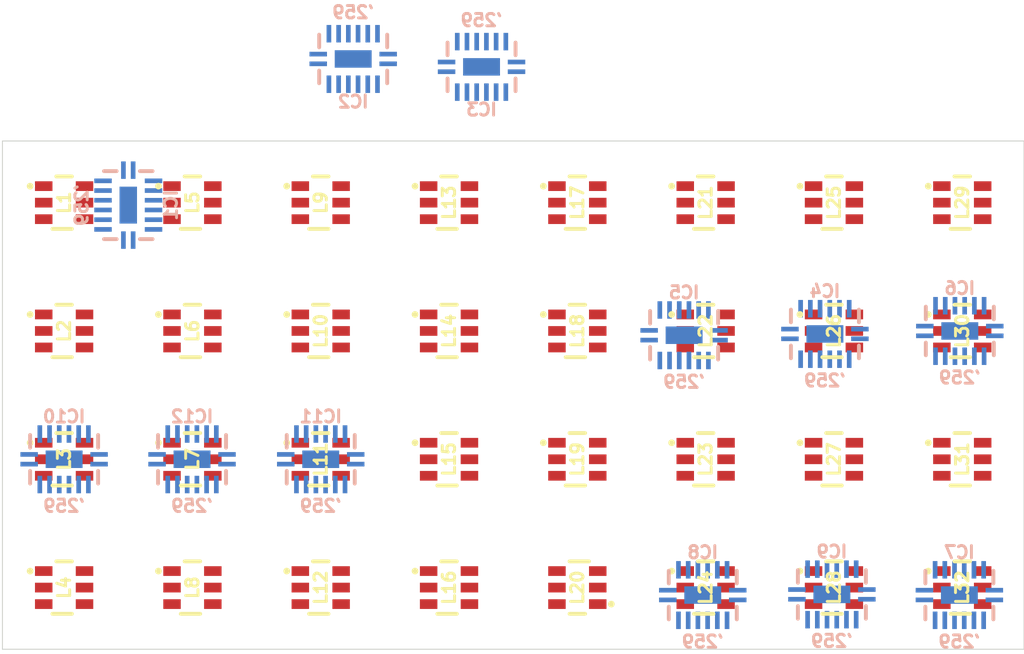
<source format=kicad_pcb>
(kicad_pcb (version 20240108) (generator "pcbnew") (generator_version "8.0")
  (layers (0 "F.Cu" signal) (31 "B.Cu" signal) (34 "B.Paste" user) (35 "F.Paste" user) (36 "B.SilkS" user "B.Silkscreen") (37 "F.SilkS" user "F.Silkscreen") (38 "B.Mask" user) (39 "F.Mask" user) (44 "Edge.Cuts" user))
  (net 0 "")
  (net 1 "/GND")
  (net 2 "/5V")
  (net 3 "/R1")
  (net 4 "/R5")
  (net 5 "/R4")
  (net 6 "/R3")
  (net 7 "/A2")
  (net 8 "/R7")
  (net 9 "/A0")
  (net 10 "/R")
  (net 11 "/R6")
  (net 12 "/~{Reset}")
  (net 13 "/A1")
  (net 14 "/R2")
  (net 15 "/R0")
  (net 16 "/G3")
  (net 17 "/G5")
  (net 18 "/G2")
  (net 19 "/G7")
  (net 20 "/G4")
  (net 21 "/G1")
  (net 22 "/G")
  (net 23 "/G6")
  (net 24 "/G0")
  (net 25 "/B6")
  (net 26 "/B4")
  (net 27 "/B0")
  (net 28 "/B3")
  (net 29 "/B")
  (net 30 "/B1")
  (net 31 "/B5")
  (net 32 "/B7")
  (net 33 "/B2")
  (net 34 "/~{Load}0")
  (net 35 "/R9")
  (net 36 "/R13")
  (net 37 "/R15")
  (net 38 "/R14")
  (net 39 "/~{Load}1")
  (net 40 "/R11")
  (net 41 "/R12")
  (net 42 "/R8")
  (net 43 "/R10")
  (net 44 "/G10")
  (net 45 "/G15")
  (net 46 "/G12")
  (net 47 "/G11")
  (net 48 "/G14")
  (net 49 "/G8")
  (net 50 "/G13")
  (net 51 "/G9")
  (net 52 "/B9")
  (net 53 "/B11")
  (net 54 "/B14")
  (net 55 "/B12")
  (net 56 "/B10")
  (net 57 "/B8")
  (net 58 "/B13")
  (net 59 "/B15")
  (net 60 "/R23")
  (net 61 "/R20")
  (net 62 "/R18")
  (net 63 "/R21")
  (net 64 "/R16")
  (net 65 "/R22")
  (net 66 "/~{Load}2")
  (net 67 "/R19")
  (net 68 "/R17")
  (net 69 "/G17")
  (net 70 "/G18")
  (net 71 "/G16")
  (net 72 "/G21")
  (net 73 "/G19")
  (net 74 "/G23")
  (net 75 "/G20")
  (net 76 "/G22")
  (net 77 "/B23")
  (net 78 "/B16")
  (net 79 "/B18")
  (net 80 "/B22")
  (net 81 "/B21")
  (net 82 "/B19")
  (net 83 "/B17")
  (net 84 "/B20")
  (net 85 "/R26")
  (net 86 "/R25")
  (net 87 "/R30")
  (net 88 "/R29")
  (net 89 "/R28")
  (net 90 "/R27")
  (net 91 "/R24")
  (net 92 "/R31")
  (net 93 "/~{Load}3")
  (net 94 "/G30")
  (net 95 "/G24")
  (net 96 "/G25")
  (net 97 "/G29")
  (net 98 "/G31")
  (net 99 "/G28")
  (net 100 "/G27")
  (net 101 "/G26")
  (net 102 "/B31")
  (net 103 "/B28")
  (net 104 "/B29")
  (net 105 "/B27")
  (net 106 "/B26")
  (net 107 "/B24")
  (net 108 "/B30")
  (net 109 "/B25")
  (footprint "SamacSys_Parts:KRTBLFLM7132TXUYEVVTAUDPRXTUKY" (layer "F.Cu") (at 117.6476 68.515 -90)
    (property "Reference" "L1" (at 0 0 90) (layer "F.SilkS") (effects (font (size 0.635 0.635))))
    (property "Value" "KRTBLFLM71.32" (hide yes))
    (pad "A1" smd rect (at -0.85 -1.05 270) (size 0.5 0.9) (layers "F.Cu" "F.Paste" "F.Mask") (net 27 "/B0"))
    (pad "A2" smd rect (at 0 -1.05 270) (size 0.5 0.9) (layers "F.Cu" "F.Paste" "F.Mask") (net 24 "/G0"))
    (pad "A3" smd rect (at 0.85 -1.05 270) (size 0.5 0.9) (layers "F.Cu" "F.Paste" "F.Mask") (net 15 "/R0"))
    (pad "C1" smd rect (at -0.85 1.05 270) (size 0.5 0.9) (layers "F.Cu" "F.Paste" "F.Mask") (net 1 "/GND"))
    (pad "C2" smd rect (at 0 1.05 270) (size 0.5 0.9) (layers "F.Cu" "F.Paste" "F.Mask") (net 1 "/GND"))
    (pad "C3" smd rect (at 0.85 1.05 270) (size 0.5 0.9) (layers "F.Cu" "F.Paste" "F.Mask") (net 1 "/GND"))
  )
  (footprint "SamacSys_Parts:KRTBLFLM7132TXUYEVVTAUDPRXTUKY" (layer "F.Cu") (at 130.8556 81.723 -90)
    (property "Reference" "L11" (at 0 0 90) (layer "F.SilkS") (effects (font (size 0.635 0.635))))
    (property "Value" "KRTBLFLM71.32" (hide yes))
    (pad "A1" smd rect (at -0.85 -1.05 270) (size 0.5 0.9) (layers "F.Cu" "F.Paste" "F.Mask") (net 79 "/B18"))
    (pad "A2" smd rect (at 0 -1.05 270) (size 0.5 0.9) (layers "F.Cu" "F.Paste" "F.Mask") (net 70 "/G18"))
    (pad "A3" smd rect (at 0.85 -1.05 270) (size 0.5 0.9) (layers "F.Cu" "F.Paste" "F.Mask") (net 62 "/R18"))
    (pad "C1" smd rect (at -0.85 1.05 270) (size 0.5 0.9) (layers "F.Cu" "F.Paste" "F.Mask") (net 1 "/GND"))
    (pad "C2" smd rect (at 0 1.05 270) (size 0.5 0.9) (layers "F.Cu" "F.Paste" "F.Mask") (net 1 "/GND"))
    (pad "C3" smd rect (at 0.85 1.05 270) (size 0.5 0.9) (layers "F.Cu" "F.Paste" "F.Mask") (net 1 "/GND"))
  )
  (footprint "SamacSys_Parts:KRTBLFLM7132TXUYEVVTAUDPRXTUKY" (layer "F.Cu") (at 157.2716 81.723 -90)
    (property "Reference" "L27" (at 0 0 90) (layer "F.SilkS") (effects (font (size 0.635 0.635))))
    (property "Value" "KRTBLFLM71.32" (hide yes))
    (pad "A1" smd rect (at -0.85 -1.05 270) (size 0.5 0.9) (layers "F.Cu" "F.Paste" "F.Mask") (net 80 "/B22"))
    (pad "A2" smd rect (at 0 -1.05 270) (size 0.5 0.9) (layers "F.Cu" "F.Paste" "F.Mask") (net 76 "/G22"))
    (pad "A3" smd rect (at 0.85 -1.05 270) (size 0.5 0.9) (layers "F.Cu" "F.Paste" "F.Mask") (net 65 "/R22"))
    (pad "C1" smd rect (at -0.85 1.05 270) (size 0.5 0.9) (layers "F.Cu" "F.Paste" "F.Mask") (net 1 "/GND"))
    (pad "C2" smd rect (at 0 1.05 270) (size 0.5 0.9) (layers "F.Cu" "F.Paste" "F.Mask") (net 1 "/GND"))
    (pad "C3" smd rect (at 0.85 1.05 270) (size 0.5 0.9) (layers "F.Cu" "F.Paste" "F.Mask") (net 1 "/GND"))
  )
  (footprint "SamacSys_Parts:KRTBLFLM7132TXUYEVVTAUDPRXTUKY" (layer "F.Cu") (at 157.2716 68.515 -90)
    (property "Reference" "L25" (at 0 0 90) (layer "F.SilkS") (effects (font (size 0.635 0.635))))
    (property "Value" "KRTBLFLM71.32" (hide yes))
    (pad "A1" smd rect (at -0.85 -1.05 270) (size 0.5 0.9) (layers "F.Cu" "F.Paste" "F.Mask") (net 25 "/B6"))
    (pad "A2" smd rect (at 0 -1.05 270) (size 0.5 0.9) (layers "F.Cu" "F.Paste" "F.Mask") (net 23 "/G6"))
    (pad "A3" smd rect (at 0.85 -1.05 270) (size 0.5 0.9) (layers "F.Cu" "F.Paste" "F.Mask") (net 11 "/R6"))
    (pad "C1" smd rect (at -0.85 1.05 270) (size 0.5 0.9) (layers "F.Cu" "F.Paste" "F.Mask") (net 1 "/GND"))
    (pad "C2" smd rect (at 0 1.05 270) (size 0.5 0.9) (layers "F.Cu" "F.Paste" "F.Mask") (net 1 "/GND"))
    (pad "C3" smd rect (at 0.85 1.05 270) (size 0.5 0.9) (layers "F.Cu" "F.Paste" "F.Mask") (net 1 "/GND"))
  )
  (footprint "SamacSys_Parts:KRTBLFLM7132TXUYEVVTAUDPRXTUKY" (layer "F.Cu") (at 163.8756 88.327 -90)
    (property "Reference" "L32" (at 0 0 90) (layer "F.SilkS") (effects (font (size 0.635 0.635))))
    (property "Value" "KRTBLFLM71.32" (hide yes))
    (pad "A1" smd rect (at -0.85 -1.05 270) (size 0.5 0.9) (layers "F.Cu" "F.Paste" "F.Mask") (net 102 "/B31"))
    (pad "A2" smd rect (at 0 -1.05 270) (size 0.5 0.9) (layers "F.Cu" "F.Paste" "F.Mask") (net 98 "/G31"))
    (pad "A3" smd rect (at 0.85 -1.05 270) (size 0.5 0.9) (layers "F.Cu" "F.Paste" "F.Mask") (net 92 "/R31"))
    (pad "C1" smd rect (at -0.85 1.05 270) (size 0.5 0.9) (layers "F.Cu" "F.Paste" "F.Mask") (net 1 "/GND"))
    (pad "C2" smd rect (at 0 1.05 270) (size 0.5 0.9) (layers "F.Cu" "F.Paste" "F.Mask") (net 1 "/GND"))
    (pad "C3" smd rect (at 0.85 1.05 270) (size 0.5 0.9) (layers "F.Cu" "F.Paste" "F.Mask") (net 1 "/GND"))
  )
  (footprint "SamacSys_Parts:KRTBLFLM7132TXUYEVVTAUDPRXTUKY" (layer "F.Cu") (at 150.6676 68.515 -90)
    (property "Reference" "L21" (at 0 0 90) (layer "F.SilkS") (effects (font (size 0.635 0.635))))
    (property "Value" "KRTBLFLM71.32" (hide yes))
    (pad "A1" smd rect (at -0.85 -1.05 270) (size 0.5 0.9) (layers "F.Cu" "F.Paste" "F.Mask") (net 31 "/B5"))
    (pad "A2" smd rect (at 0 -1.05 270) (size 0.5 0.9) (layers "F.Cu" "F.Paste" "F.Mask") (net 17 "/G5"))
    (pad "A3" smd rect (at 0.85 -1.05 270) (size 0.5 0.9) (layers "F.Cu" "F.Paste" "F.Mask") (net 4 "/R5"))
    (pad "C1" smd rect (at -0.85 1.05 270) (size 0.5 0.9) (layers "F.Cu" "F.Paste" "F.Mask") (net 1 "/GND"))
    (pad "C2" smd rect (at 0 1.05 270) (size 0.5 0.9) (layers "F.Cu" "F.Paste" "F.Mask") (net 1 "/GND"))
    (pad "C3" smd rect (at 0.85 1.05 270) (size 0.5 0.9) (layers "F.Cu" "F.Paste" "F.Mask") (net 1 "/GND"))
  )
  (footprint "SamacSys_Parts:KRTBLFLM7132TXUYEVVTAUDPRXTUKY" (layer "F.Cu") (at 124.2516 68.515 -90)
    (property "Reference" "L5" (at 0 0 90) (layer "F.SilkS") (effects (font (size 0.635 0.635))))
    (property "Value" "KRTBLFLM71.32" (hide yes))
    (pad "A1" smd rect (at -0.85 -1.05 270) (size 0.5 0.9) (layers "F.Cu" "F.Paste" "F.Mask") (net 30 "/B1"))
    (pad "A2" smd rect (at 0 -1.05 270) (size 0.5 0.9) (layers "F.Cu" "F.Paste" "F.Mask") (net 21 "/G1"))
    (pad "A3" smd rect (at 0.85 -1.05 270) (size 0.5 0.9) (layers "F.Cu" "F.Paste" "F.Mask") (net 3 "/R1"))
    (pad "C1" smd rect (at -0.85 1.05 270) (size 0.5 0.9) (layers "F.Cu" "F.Paste" "F.Mask") (net 1 "/GND"))
    (pad "C2" smd rect (at 0 1.05 270) (size 0.5 0.9) (layers "F.Cu" "F.Paste" "F.Mask") (net 1 "/GND"))
    (pad "C3" smd rect (at 0.85 1.05 270) (size 0.5 0.9) (layers "F.Cu" "F.Paste" "F.Mask") (net 1 "/GND"))
  )
  (footprint "SamacSys_Parts:KRTBLFLM7132TXUYEVVTAUDPRXTUKY" (layer "F.Cu") (at 130.8556 88.327 -90)
    (property "Reference" "L12" (at 0 0 90) (layer "F.SilkS") (effects (font (size 0.635 0.635))))
    (property "Value" "KRTBLFLM71.32" (hide yes))
    (pad "A1" smd rect (at -0.85 -1.05 270) (size 0.5 0.9) (layers "F.Cu" "F.Paste" "F.Mask") (net 106 "/B26"))
    (pad "A2" smd rect (at 0 -1.05 270) (size 0.5 0.9) (layers "F.Cu" "F.Paste" "F.Mask") (net 101 "/G26"))
    (pad "A3" smd rect (at 0.85 -1.05 270) (size 0.5 0.9) (layers "F.Cu" "F.Paste" "F.Mask") (net 85 "/R26"))
    (pad "C1" smd rect (at -0.85 1.05 270) (size 0.5 0.9) (layers "F.Cu" "F.Paste" "F.Mask") (net 1 "/GND"))
    (pad "C2" smd rect (at 0 1.05 270) (size 0.5 0.9) (layers "F.Cu" "F.Paste" "F.Mask") (net 1 "/GND"))
    (pad "C3" smd rect (at 0.85 1.05 270) (size 0.5 0.9) (layers "F.Cu" "F.Paste" "F.Mask") (net 1 "/GND"))
  )
  (footprint "SamacSys_Parts:KRTBLFLM7132TXUYEVVTAUDPRXTUKY" (layer "F.Cu") (at 137.4596 68.515 -90)
    (property "Reference" "L13" (at 0 0 90) (layer "F.SilkS") (effects (font (size 0.635 0.635))))
    (property "Value" "KRTBLFLM71.32" (hide yes))
    (pad "A1" smd rect (at -0.85 -1.05 270) (size 0.5 0.9) (layers "F.Cu" "F.Paste" "F.Mask") (net 28 "/B3"))
    (pad "A2" smd rect (at 0 -1.05 270) (size 0.5 0.9) (layers "F.Cu" "F.Paste" "F.Mask") (net 16 "/G3"))
    (pad "A3" smd rect (at 0.85 -1.05 270) (size 0.5 0.9) (layers "F.Cu" "F.Paste" "F.Mask") (net 6 "/R3"))
    (pad "C1" smd rect (at -0.85 1.05 270) (size 0.5 0.9) (layers "F.Cu" "F.Paste" "F.Mask") (net 1 "/GND"))
    (pad "C2" smd rect (at 0 1.05 270) (size 0.5 0.9) (layers "F.Cu" "F.Paste" "F.Mask") (net 1 "/GND"))
    (pad "C3" smd rect (at 0.85 1.05 270) (size 0.5 0.9) (layers "F.Cu" "F.Paste" "F.Mask") (net 1 "/GND"))
  )
  (footprint "SamacSys_Parts:KRTBLFLM7132TXUYEVVTAUDPRXTUKY" (layer "F.Cu") (at 137.4596 88.327 -90)
    (property "Reference" "L16" (at 0 0 90) (layer "F.SilkS") (effects (font (size 0.635 0.635))))
    (property "Value" "KRTBLFLM71.32" (hide yes))
    (pad "A1" smd rect (at -0.85 -1.05 270) (size 0.5 0.9) (layers "F.Cu" "F.Paste" "F.Mask") (net 105 "/B27"))
    (pad "A2" smd rect (at 0 -1.05 270) (size 0.5 0.9) (layers "F.Cu" "F.Paste" "F.Mask") (net 100 "/G27"))
    (pad "A3" smd rect (at 0.85 -1.05 270) (size 0.5 0.9) (layers "F.Cu" "F.Paste" "F.Mask") (net 90 "/R27"))
    (pad "C1" smd rect (at -0.85 1.05 270) (size 0.5 0.9) (layers "F.Cu" "F.Paste" "F.Mask") (net 1 "/GND"))
    (pad "C2" smd rect (at 0 1.05 270) (size 0.5 0.9) (layers "F.Cu" "F.Paste" "F.Mask") (net 1 "/GND"))
    (pad "C3" smd rect (at 0.85 1.05 270) (size 0.5 0.9) (layers "F.Cu" "F.Paste" "F.Mask") (net 1 "/GND"))
  )
  (footprint "SamacSys_Parts:KRTBLFLM7132TXUYEVVTAUDPRXTUKY" (layer "F.Cu") (at 150.6676 75.119 -90)
    (property "Reference" "L22" (at 0 0 90) (layer "F.SilkS") (effects (font (size 0.635 0.635))))
    (property "Value" "KRTBLFLM71.32" (hide yes))
    (pad "A1" smd rect (at -0.85 -1.05 270) (size 0.5 0.9) (layers "F.Cu" "F.Paste" "F.Mask") (net 58 "/B13"))
    (pad "A2" smd rect (at 0 -1.05 270) (size 0.5 0.9) (layers "F.Cu" "F.Paste" "F.Mask") (net 50 "/G13"))
    (pad "A3" smd rect (at 0.85 -1.05 270) (size 0.5 0.9) (layers "F.Cu" "F.Paste" "F.Mask") (net 36 "/R13"))
    (pad "C1" smd rect (at -0.85 1.05 270) (size 0.5 0.9) (layers "F.Cu" "F.Paste" "F.Mask") (net 1 "/GND"))
    (pad "C2" smd rect (at 0 1.05 270) (size 0.5 0.9) (layers "F.Cu" "F.Paste" "F.Mask") (net 1 "/GND"))
    (pad "C3" smd rect (at 0.85 1.05 270) (size 0.5 0.9) (layers "F.Cu" "F.Paste" "F.Mask") (net 1 "/GND"))
  )
  (footprint "SamacSys_Parts:KRTBLFLM7132TXUYEVVTAUDPRXTUKY" (layer "F.Cu") (at 117.6476 88.327 -90)
    (property "Reference" "L4" (at 0 0 90) (layer "F.SilkS") (effects (font (size 0.635 0.635))))
    (property "Value" "KRTBLFLM71.32" (hide yes))
    (pad "A1" smd rect (at -0.85 -1.05 270) (size 0.5 0.9) (layers "F.Cu" "F.Paste" "F.Mask") (net 107 "/B24"))
    (pad "A2" smd rect (at 0 -1.05 270) (size 0.5 0.9) (layers "F.Cu" "F.Paste" "F.Mask") (net 95 "/G24"))
    (pad "A3" smd rect (at 0.85 -1.05 270) (size 0.5 0.9) (layers "F.Cu" "F.Paste" "F.Mask") (net 91 "/R24"))
    (pad "C1" smd rect (at -0.85 1.05 270) (size 0.5 0.9) (layers "F.Cu" "F.Paste" "F.Mask") (net 1 "/GND"))
    (pad "C2" smd rect (at 0 1.05 270) (size 0.5 0.9) (layers "F.Cu" "F.Paste" "F.Mask") (net 1 "/GND"))
    (pad "C3" smd rect (at 0.85 1.05 270) (size 0.5 0.9) (layers "F.Cu" "F.Paste" "F.Mask") (net 1 "/GND"))
  )
  (footprint "SamacSys_Parts:KRTBLFLM7132TXUYEVVTAUDPRXTUKY" (layer "F.Cu") (at 163.8756 75.119 -90)
    (property "Reference" "L30" (at 0 0 90) (layer "F.SilkS") (effects (font (size 0.635 0.635))))
    (property "Value" "KRTBLFLM71.32" (hide yes))
    (pad "A1" smd rect (at -0.85 -1.05 270) (size 0.5 0.9) (layers "F.Cu" "F.Paste" "F.Mask") (net 59 "/B15"))
    (pad "A2" smd rect (at 0 -1.05 270) (size 0.5 0.9) (layers "F.Cu" "F.Paste" "F.Mask") (net 45 "/G15"))
    (pad "A3" smd rect (at 0.85 -1.05 270) (size 0.5 0.9) (layers "F.Cu" "F.Paste" "F.Mask") (net 37 "/R15"))
    (pad "C1" smd rect (at -0.85 1.05 270) (size 0.5 0.9) (layers "F.Cu" "F.Paste" "F.Mask") (net 1 "/GND"))
    (pad "C2" smd rect (at 0 1.05 270) (size 0.5 0.9) (layers "F.Cu" "F.Paste" "F.Mask") (net 1 "/GND"))
    (pad "C3" smd rect (at 0.85 1.05 270) (size 0.5 0.9) (layers "F.Cu" "F.Paste" "F.Mask") (net 1 "/GND"))
  )
  (footprint "SamacSys_Parts:KRTBLFLM7132TXUYEVVTAUDPRXTUKY" (layer "F.Cu") (at 144.0636 88.327 90)
    (property "Reference" "L20" (at 0 0 90) (layer "F.SilkS") (effects (font (size 0.635 0.635))))
    (property "Value" "KRTBLFLM71.32" (hide yes))
    (pad "A1" smd rect (at -0.85 -1.05 90) (size 0.5 0.9) (layers "F.Cu" "F.Paste" "F.Mask") (net 103 "/B28"))
    (pad "A2" smd rect (at 0 -1.05 90) (size 0.5 0.9) (layers "F.Cu" "F.Paste" "F.Mask") (net 99 "/G28"))
    (pad "A3" smd rect (at 0.85 -1.05 90) (size 0.5 0.9) (layers "F.Cu" "F.Paste" "F.Mask") (net 89 "/R28"))
    (pad "C1" smd rect (at -0.85 1.05 90) (size 0.5 0.9) (layers "F.Cu" "F.Paste" "F.Mask") (net 1 "/GND"))
    (pad "C2" smd rect (at 0 1.05 90) (size 0.5 0.9) (layers "F.Cu" "F.Paste" "F.Mask") (net 1 "/GND"))
    (pad "C3" smd rect (at 0.85 1.05 90) (size 0.5 0.9) (layers "F.Cu" "F.Paste" "F.Mask") (net 1 "/GND"))
  )
  (footprint "SamacSys_Parts:KRTBLFLM7132TXUYEVVTAUDPRXTUKY" (layer "F.Cu") (at 137.4596 81.723 -90)
    (property "Reference" "L15" (at 0 0 90) (layer "F.SilkS") (effects (font (size 0.635 0.635))))
    (property "Value" "KRTBLFLM71.32" (hide yes))
    (pad "A1" smd rect (at -0.85 -1.05 270) (size 0.5 0.9) (layers "F.Cu" "F.Paste" "F.Mask") (net 82 "/B19"))
    (pad "A2" smd rect (at 0 -1.05 270) (size 0.5 0.9) (layers "F.Cu" "F.Paste" "F.Mask") (net 73 "/G19"))
    (pad "A3" smd rect (at 0.85 -1.05 270) (size 0.5 0.9) (layers "F.Cu" "F.Paste" "F.Mask") (net 67 "/R19"))
    (pad "C1" smd rect (at -0.85 1.05 270) (size 0.5 0.9) (layers "F.Cu" "F.Paste" "F.Mask") (net 1 "/GND"))
    (pad "C2" smd rect (at 0 1.05 270) (size 0.5 0.9) (layers "F.Cu" "F.Paste" "F.Mask") (net 1 "/GND"))
    (pad "C3" smd rect (at 0.85 1.05 270) (size 0.5 0.9) (layers "F.Cu" "F.Paste" "F.Mask") (net 1 "/GND"))
  )
  (footprint "SamacSys_Parts:KRTBLFLM7132TXUYEVVTAUDPRXTUKY" (layer "F.Cu") (at 137.4596 75.119 -90)
    (property "Reference" "L14" (at 0 0 90) (layer "F.SilkS") (effects (font (size 0.635 0.635))))
    (property "Value" "KRTBLFLM71.32" (hide yes))
    (pad "A1" smd rect (at -0.85 -1.05 270) (size 0.5 0.9) (layers "F.Cu" "F.Paste" "F.Mask") (net 53 "/B11"))
    (pad "A2" smd rect (at 0 -1.05 270) (size 0.5 0.9) (layers "F.Cu" "F.Paste" "F.Mask") (net 47 "/G11"))
    (pad "A3" smd rect (at 0.85 -1.05 270) (size 0.5 0.9) (layers "F.Cu" "F.Paste" "F.Mask") (net 40 "/R11"))
    (pad "C1" smd rect (at -0.85 1.05 270) (size 0.5 0.9) (layers "F.Cu" "F.Paste" "F.Mask") (net 1 "/GND"))
    (pad "C2" smd rect (at 0 1.05 270) (size 0.5 0.9) (layers "F.Cu" "F.Paste" "F.Mask") (net 1 "/GND"))
    (pad "C3" smd rect (at 0.85 1.05 270) (size 0.5 0.9) (layers "F.Cu" "F.Paste" "F.Mask") (net 1 "/GND"))
  )
  (footprint "SamacSys_Parts:KRTBLFLM7132TXUYEVVTAUDPRXTUKY" (layer "F.Cu") (at 124.2516 88.327 -90)
    (property "Reference" "L8" (at 0 0 90) (layer "F.SilkS") (effects (font (size 0.635 0.635))))
    (property "Value" "KRTBLFLM71.32" (hide yes))
    (pad "A1" smd rect (at -0.85 -1.05 270) (size 0.5 0.9) (layers "F.Cu" "F.Paste" "F.Mask") (net 109 "/B25"))
    (pad "A2" smd rect (at 0 -1.05 270) (size 0.5 0.9) (layers "F.Cu" "F.Paste" "F.Mask") (net 96 "/G25"))
    (pad "A3" smd rect (at 0.85 -1.05 270) (size 0.5 0.9) (layers "F.Cu" "F.Paste" "F.Mask") (net 86 "/R25"))
    (pad "C1" smd rect (at -0.85 1.05 270) (size 0.5 0.9) (layers "F.Cu" "F.Paste" "F.Mask") (net 1 "/GND"))
    (pad "C2" smd rect (at 0 1.05 270) (size 0.5 0.9) (layers "F.Cu" "F.Paste" "F.Mask") (net 1 "/GND"))
    (pad "C3" smd rect (at 0.85 1.05 270) (size 0.5 0.9) (layers "F.Cu" "F.Paste" "F.Mask") (net 1 "/GND"))
  )
  (footprint "SamacSys_Parts:KRTBLFLM7132TXUYEVVTAUDPRXTUKY" (layer "F.Cu") (at 157.2716 88.327 -90)
    (property "Reference" "L28" (at 0 0 90) (layer "F.SilkS") (effects (font (size 0.635 0.635))))
    (property "Value" "KRTBLFLM71.32" (hide yes))
    (pad "A1" smd rect (at -0.85 -1.05 270) (size 0.5 0.9) (layers "F.Cu" "F.Paste" "F.Mask") (net 108 "/B30"))
    (pad "A2" smd rect (at 0 -1.05 270) (size 0.5 0.9) (layers "F.Cu" "F.Paste" "F.Mask") (net 94 "/G30"))
    (pad "A3" smd rect (at 0.85 -1.05 270) (size 0.5 0.9) (layers "F.Cu" "F.Paste" "F.Mask") (net 87 "/R30"))
    (pad "C1" smd rect (at -0.85 1.05 270) (size 0.5 0.9) (layers "F.Cu" "F.Paste" "F.Mask") (net 1 "/GND"))
    (pad "C2" smd rect (at 0 1.05 270) (size 0.5 0.9) (layers "F.Cu" "F.Paste" "F.Mask") (net 1 "/GND"))
    (pad "C3" smd rect (at 0.85 1.05 270) (size 0.5 0.9) (layers "F.Cu" "F.Paste" "F.Mask") (net 1 "/GND"))
  )
  (footprint "SamacSys_Parts:KRTBLFLM7132TXUYEVVTAUDPRXTUKY" (layer "F.Cu") (at 163.8756 68.515 -90)
    (property "Reference" "L29" (at 0 0 90) (layer "F.SilkS") (effects (font (size 0.635 0.635))))
    (property "Value" "KRTBLFLM71.32" (hide yes))
    (pad "A1" smd rect (at -0.85 -1.05 270) (size 0.5 0.9) (layers "F.Cu" "F.Paste" "F.Mask") (net 32 "/B7"))
    (pad "A2" smd rect (at 0 -1.05 270) (size 0.5 0.9) (layers "F.Cu" "F.Paste" "F.Mask") (net 19 "/G7"))
    (pad "A3" smd rect (at 0.85 -1.05 270) (size 0.5 0.9) (layers "F.Cu" "F.Paste" "F.Mask") (net 8 "/R7"))
    (pad "C1" smd rect (at -0.85 1.05 270) (size 0.5 0.9) (layers "F.Cu" "F.Paste" "F.Mask") (net 1 "/GND"))
    (pad "C2" smd rect (at 0 1.05 270) (size 0.5 0.9) (layers "F.Cu" "F.Paste" "F.Mask") (net 1 "/GND"))
    (pad "C3" smd rect (at 0.85 1.05 270) (size 0.5 0.9) (layers "F.Cu" "F.Paste" "F.Mask") (net 1 "/GND"))
  )
  (footprint "SamacSys_Parts:KRTBLFLM7132TXUYEVVTAUDPRXTUKY" (layer "F.Cu") (at 124.2516 75.119 -90)
    (property "Reference" "L6" (at 0 0 90) (layer "F.SilkS") (effects (font (size 0.635 0.635))))
    (property "Value" "KRTBLFLM71.32" (hide yes))
    (pad "A1" smd rect (at -0.85 -1.05 270) (size 0.5 0.9) (layers "F.Cu" "F.Paste" "F.Mask") (net 52 "/B9"))
    (pad "A2" smd rect (at 0 -1.05 270) (size 0.5 0.9) (layers "F.Cu" "F.Paste" "F.Mask") (net 51 "/G9"))
    (pad "A3" smd rect (at 0.85 -1.05 270) (size 0.5 0.9) (layers "F.Cu" "F.Paste" "F.Mask") (net 35 "/R9"))
    (pad "C1" smd rect (at -0.85 1.05 270) (size 0.5 0.9) (layers "F.Cu" "F.Paste" "F.Mask") (net 1 "/GND"))
    (pad "C2" smd rect (at 0 1.05 270) (size 0.5 0.9) (layers "F.Cu" "F.Paste" "F.Mask") (net 1 "/GND"))
    (pad "C3" smd rect (at 0.85 1.05 270) (size 0.5 0.9) (layers "F.Cu" "F.Paste" "F.Mask") (net 1 "/GND"))
  )
  (footprint "SamacSys_Parts:KRTBLFLM7132TXUYEVVTAUDPRXTUKY" (layer "F.Cu") (at 150.6676 81.723 -90)
    (property "Reference" "L23" (at 0 0 90) (layer "F.SilkS") (effects (font (size 0.635 0.635))))
    (property "Value" "KRTBLFLM71.32" (hide yes))
    (pad "A1" smd rect (at -0.85 -1.05 270) (size 0.5 0.9) (layers "F.Cu" "F.Paste" "F.Mask") (net 81 "/B21"))
    (pad "A2" smd rect (at 0 -1.05 270) (size 0.5 0.9) (layers "F.Cu" "F.Paste" "F.Mask") (net 72 "/G21"))
    (pad "A3" smd rect (at 0.85 -1.05 270) (size 0.5 0.9) (layers "F.Cu" "F.Paste" "F.Mask") (net 63 "/R21"))
    (pad "C1" smd rect (at -0.85 1.05 270) (size 0.5 0.9) (layers "F.Cu" "F.Paste" "F.Mask") (net 1 "/GND"))
    (pad "C2" smd rect (at 0 1.05 270) (size 0.5 0.9) (layers "F.Cu" "F.Paste" "F.Mask") (net 1 "/GND"))
    (pad "C3" smd rect (at 0.85 1.05 270) (size 0.5 0.9) (layers "F.Cu" "F.Paste" "F.Mask") (net 1 "/GND"))
  )
  (footprint "SamacSys_Parts:KRTBLFLM7132TXUYEVVTAUDPRXTUKY" (layer "F.Cu") (at 163.8756 81.723 -90)
    (property "Reference" "L31" (at 0 0 90) (layer "F.SilkS") (effects (font (size 0.635 0.635))))
    (property "Value" "KRTBLFLM71.32" (hide yes))
    (pad "A1" smd rect (at -0.85 -1.05 270) (size 0.5 0.9) (layers "F.Cu" "F.Paste" "F.Mask") (net 77 "/B23"))
    (pad "A2" smd rect (at 0 -1.05 270) (size 0.5 0.9) (layers "F.Cu" "F.Paste" "F.Mask") (net 74 "/G23"))
    (pad "A3" smd rect (at 0.85 -1.05 270) (size 0.5 0.9) (layers "F.Cu" "F.Paste" "F.Mask") (net 60 "/R23"))
    (pad "C1" smd rect (at -0.85 1.05 270) (size 0.5 0.9) (layers "F.Cu" "F.Paste" "F.Mask") (net 1 "/GND"))
    (pad "C2" smd rect (at 0 1.05 270) (size 0.5 0.9) (layers "F.Cu" "F.Paste" "F.Mask") (net 1 "/GND"))
    (pad "C3" smd rect (at 0.85 1.05 270) (size 0.5 0.9) (layers "F.Cu" "F.Paste" "F.Mask") (net 1 "/GND"))
  )
  (footprint "SamacSys_Parts:KRTBLFLM7132TXUYEVVTAUDPRXTUKY" (layer "F.Cu") (at 144.0636 81.723 -90)
    (property "Reference" "L19" (at 0 0 90) (layer "F.SilkS") (effects (font (size 0.635 0.635))))
    (property "Value" "KRTBLFLM71.32" (hide yes))
    (pad "A1" smd rect (at -0.85 -1.05 270) (size 0.5 0.9) (layers "F.Cu" "F.Paste" "F.Mask") (net 84 "/B20"))
    (pad "A2" smd rect (at 0 -1.05 270) (size 0.5 0.9) (layers "F.Cu" "F.Paste" "F.Mask") (net 75 "/G20"))
    (pad "A3" smd rect (at 0.85 -1.05 270) (size 0.5 0.9) (layers "F.Cu" "F.Paste" "F.Mask") (net 61 "/R20"))
    (pad "C1" smd rect (at -0.85 1.05 270) (size 0.5 0.9) (layers "F.Cu" "F.Paste" "F.Mask") (net 1 "/GND"))
    (pad "C2" smd rect (at 0 1.05 270) (size 0.5 0.9) (layers "F.Cu" "F.Paste" "F.Mask") (net 1 "/GND"))
    (pad "C3" smd rect (at 0.85 1.05 270) (size 0.5 0.9) (layers "F.Cu" "F.Paste" "F.Mask") (net 1 "/GND"))
  )
  (footprint "SamacSys_Parts:KRTBLFLM7132TXUYEVVTAUDPRXTUKY" (layer "F.Cu") (at 150.6676 88.327 -90)
    (property "Reference" "L24" (at 0 0 90) (layer "F.SilkS") (effects (font (size 0.635 0.635))))
    (property "Value" "KRTBLFLM71.32" (hide yes))
    (pad "A1" smd rect (at -0.85 -1.05 270) (size 0.5 0.9) (layers "F.Cu" "F.Paste" "F.Mask") (net 104 "/B29"))
    (pad "A2" smd rect (at 0 -1.05 270) (size 0.5 0.9) (layers "F.Cu" "F.Paste" "F.Mask") (net 97 "/G29"))
    (pad "A3" smd rect (at 0.85 -1.05 270) (size 0.5 0.9) (layers "F.Cu" "F.Paste" "F.Mask") (net 88 "/R29"))
    (pad "C1" smd rect (at -0.85 1.05 270) (size 0.5 0.9) (layers "F.Cu" "F.Paste" "F.Mask") (net 1 "/GND"))
    (pad "C2" smd rect (at 0 1.05 270) (size 0.5 0.9) (layers "F.Cu" "F.Paste" "F.Mask") (net 1 "/GND"))
    (pad "C3" smd rect (at 0.85 1.05 270) (size 0.5 0.9) (layers "F.Cu" "F.Paste" "F.Mask") (net 1 "/GND"))
  )
  (footprint "SamacSys_Parts:KRTBLFLM7132TXUYEVVTAUDPRXTUKY" (layer "F.Cu") (at 144.0636 68.515 -90)
    (property "Reference" "L17" (at 0 0 90) (layer "F.SilkS") (effects (font (size 0.635 0.635))))
    (property "Value" "KRTBLFLM71.32" (hide yes))
    (pad "A1" smd rect (at -0.85 -1.05 270) (size 0.5 0.9) (layers "F.Cu" "F.Paste" "F.Mask") (net 26 "/B4"))
    (pad "A2" smd rect (at 0 -1.05 270) (size 0.5 0.9) (layers "F.Cu" "F.Paste" "F.Mask") (net 20 "/G4"))
    (pad "A3" smd rect (at 0.85 -1.05 270) (size 0.5 0.9) (layers "F.Cu" "F.Paste" "F.Mask") (net 5 "/R4"))
    (pad "C1" smd rect (at -0.85 1.05 270) (size 0.5 0.9) (layers "F.Cu" "F.Paste" "F.Mask") (net 1 "/GND"))
    (pad "C2" smd rect (at 0 1.05 270) (size 0.5 0.9) (layers "F.Cu" "F.Paste" "F.Mask") (net 1 "/GND"))
    (pad "C3" smd rect (at 0.85 1.05 270) (size 0.5 0.9) (layers "F.Cu" "F.Paste" "F.Mask") (net 1 "/GND"))
  )
  (footprint "SamacSys_Parts:KRTBLFLM7132TXUYEVVTAUDPRXTUKY" (layer "F.Cu") (at 124.2516 81.723 -90)
    (property "Reference" "L7" (at 0 0 90) (layer "F.SilkS") (effects (font (size 0.635 0.635))))
    (property "Value" "KRTBLFLM71.32" (hide yes))
    (pad "A1" smd rect (at -0.85 -1.05 270) (size 0.5 0.9) (layers "F.Cu" "F.Paste" "F.Mask") (net 83 "/B17"))
    (pad "A2" smd rect (at 0 -1.05 270) (size 0.5 0.9) (layers "F.Cu" "F.Paste" "F.Mask") (net 69 "/G17"))
    (pad "A3" smd rect (at 0.85 -1.05 270) (size 0.5 0.9) (layers "F.Cu" "F.Paste" "F.Mask") (net 68 "/R17"))
    (pad "C1" smd rect (at -0.85 1.05 270) (size 0.5 0.9) (layers "F.Cu" "F.Paste" "F.Mask") (net 1 "/GND"))
    (pad "C2" smd rect (at 0 1.05 270) (size 0.5 0.9) (layers "F.Cu" "F.Paste" "F.Mask") (net 1 "/GND"))
    (pad "C3" smd rect (at 0.85 1.05 270) (size 0.5 0.9) (layers "F.Cu" "F.Paste" "F.Mask") (net 1 "/GND"))
  )
  (footprint "SamacSys_Parts:KRTBLFLM7132TXUYEVVTAUDPRXTUKY" (layer "F.Cu") (at 130.8556 75.119 -90)
    (property "Reference" "L10" (at 0 0 90) (layer "F.SilkS") (effects (font (size 0.635 0.635))))
    (property "Value" "KRTBLFLM71.32" (hide yes))
    (pad "A1" smd rect (at -0.85 -1.05 270) (size 0.5 0.9) (layers "F.Cu" "F.Paste" "F.Mask") (net 56 "/B10"))
    (pad "A2" smd rect (at 0 -1.05 270) (size 0.5 0.9) (layers "F.Cu" "F.Paste" "F.Mask") (net 44 "/G10"))
    (pad "A3" smd rect (at 0.85 -1.05 270) (size 0.5 0.9) (layers "F.Cu" "F.Paste" "F.Mask") (net 43 "/R10"))
    (pad "C1" smd rect (at -0.85 1.05 270) (size 0.5 0.9) (layers "F.Cu" "F.Paste" "F.Mask") (net 1 "/GND"))
    (pad "C2" smd rect (at 0 1.05 270) (size 0.5 0.9) (layers "F.Cu" "F.Paste" "F.Mask") (net 1 "/GND"))
    (pad "C3" smd rect (at 0.85 1.05 270) (size 0.5 0.9) (layers "F.Cu" "F.Paste" "F.Mask") (net 1 "/GND"))
  )
  (footprint "SamacSys_Parts:KRTBLFLM7132TXUYEVVTAUDPRXTUKY" (layer "F.Cu") (at 130.8556 68.515 -90)
    (property "Reference" "L9" (at 0 0 90) (layer "F.SilkS") (effects (font (size 0.635 0.635))))
    (property "Value" "KRTBLFLM71.32" (hide yes))
    (pad "A1" smd rect (at -0.85 -1.05 270) (size 0.5 0.9) (layers "F.Cu" "F.Paste" "F.Mask") (net 33 "/B2"))
    (pad "A2" smd rect (at 0 -1.05 270) (size 0.5 0.9) (layers "F.Cu" "F.Paste" "F.Mask") (net 18 "/G2"))
    (pad "A3" smd rect (at 0.85 -1.05 270) (size 0.5 0.9) (layers "F.Cu" "F.Paste" "F.Mask") (net 14 "/R2"))
    (pad "C1" smd rect (at -0.85 1.05 270) (size 0.5 0.9) (layers "F.Cu" "F.Paste" "F.Mask") (net 1 "/GND"))
    (pad "C2" smd rect (at 0 1.05 270) (size 0.5 0.9) (layers "F.Cu" "F.Paste" "F.Mask") (net 1 "/GND"))
    (pad "C3" smd rect (at 0.85 1.05 270) (size 0.5 0.9) (layers "F.Cu" "F.Paste" "F.Mask") (net 1 "/GND"))
  )
  (footprint "SamacSys_Parts:KRTBLFLM7132TXUYEVVTAUDPRXTUKY" (layer "F.Cu") (at 144.0636 75.119 -90)
    (property "Reference" "L18" (at 0 0 90) (layer "F.SilkS") (effects (font (size 0.635 0.635))))
    (property "Value" "KRTBLFLM71.32" (hide yes))
    (pad "A1" smd rect (at -0.85 -1.05 270) (size 0.5 0.9) (layers "F.Cu" "F.Paste" "F.Mask") (net 55 "/B12"))
    (pad "A2" smd rect (at 0 -1.05 270) (size 0.5 0.9) (layers "F.Cu" "F.Paste" "F.Mask") (net 46 "/G12"))
    (pad "A3" smd rect (at 0.85 -1.05 270) (size 0.5 0.9) (layers "F.Cu" "F.Paste" "F.Mask") (net 41 "/R12"))
    (pad "C1" smd rect (at -0.85 1.05 270) (size 0.5 0.9) (layers "F.Cu" "F.Paste" "F.Mask") (net 1 "/GND"))
    (pad "C2" smd rect (at 0 1.05 270) (size 0.5 0.9) (layers "F.Cu" "F.Paste" "F.Mask") (net 1 "/GND"))
    (pad "C3" smd rect (at 0.85 1.05 270) (size 0.5 0.9) (layers "F.Cu" "F.Paste" "F.Mask") (net 1 "/GND"))
  )
  (footprint "SamacSys_Parts:KRTBLFLM7132TXUYEVVTAUDPRXTUKY" (layer "F.Cu") (at 157.2716 75.119 -90)
    (property "Reference" "L26" (at 0 0 90) (layer "F.SilkS") (effects (font (size 0.635 0.635))))
    (property "Value" "KRTBLFLM71.32" (hide yes))
    (pad "A1" smd rect (at -0.85 -1.05 270) (size 0.5 0.9) (layers "F.Cu" "F.Paste" "F.Mask") (net 54 "/B14"))
    (pad "A2" smd rect (at 0 -1.05 270) (size 0.5 0.9) (layers "F.Cu" "F.Paste" "F.Mask") (net 48 "/G14"))
    (pad "A3" smd rect (at 0.85 -1.05 270) (size 0.5 0.9) (layers "F.Cu" "F.Paste" "F.Mask") (net 38 "/R14"))
    (pad "C1" smd rect (at -0.85 1.05 270) (size 0.5 0.9) (layers "F.Cu" "F.Paste" "F.Mask") (net 1 "/GND"))
    (pad "C2" smd rect (at 0 1.05 270) (size 0.5 0.9) (layers "F.Cu" "F.Paste" "F.Mask") (net 1 "/GND"))
    (pad "C3" smd rect (at 0.85 1.05 270) (size 0.5 0.9) (layers "F.Cu" "F.Paste" "F.Mask") (net 1 "/GND"))
  )
  (footprint "SamacSys_Parts:KRTBLFLM7132TXUYEVVTAUDPRXTUKY" (layer "F.Cu") (at 117.6476 75.119 -90)
    (property "Reference" "L2" (at 0 0 90) (layer "F.SilkS") (effects (font (size 0.635 0.635))))
    (property "Value" "KRTBLFLM71.32" (hide yes))
    (pad "A1" smd rect (at -0.85 -1.05 270) (size 0.5 0.9) (layers "F.Cu" "F.Paste" "F.Mask") (net 57 "/B8"))
    (pad "A2" smd rect (at 0 -1.05 270) (size 0.5 0.9) (layers "F.Cu" "F.Paste" "F.Mask") (net 49 "/G8"))
    (pad "A3" smd rect (at 0.85 -1.05 270) (size 0.5 0.9) (layers "F.Cu" "F.Paste" "F.Mask") (net 42 "/R8"))
    (pad "C1" smd rect (at -0.85 1.05 270) (size 0.5 0.9) (layers "F.Cu" "F.Paste" "F.Mask") (net 1 "/GND"))
    (pad "C2" smd rect (at 0 1.05 270) (size 0.5 0.9) (layers "F.Cu" "F.Paste" "F.Mask") (net 1 "/GND"))
    (pad "C3" smd rect (at 0.85 1.05 270) (size 0.5 0.9) (layers "F.Cu" "F.Paste" "F.Mask") (net 1 "/GND"))
  )
  (footprint "SamacSys_Parts:KRTBLFLM7132TXUYEVVTAUDPRXTUKY" (layer "F.Cu") (at 117.6476 81.723 -90)
    (property "Reference" "L3" (at 0 0 90) (layer "F.SilkS") (effects (font (size 0.635 0.635))))
    (property "Value" "KRTBLFLM71.32" (hide yes))
    (pad "A1" smd rect (at -0.85 -1.05 270) (size 0.5 0.9) (layers "F.Cu" "F.Paste" "F.Mask") (net 78 "/B16"))
    (pad "A2" smd rect (at 0 -1.05 270) (size 0.5 0.9) (layers "F.Cu" "F.Paste" "F.Mask") (net 71 "/G16"))
    (pad "A3" smd rect (at 0.85 -1.05 270) (size 0.5 0.9) (layers "F.Cu" "F.Paste" "F.Mask") (net 64 "/R16"))
    (pad "C1" smd rect (at -0.85 1.05 270) (size 0.5 0.9) (layers "F.Cu" "F.Paste" "F.Mask") (net 1 "/GND"))
    (pad "C2" smd rect (at 0 1.05 270) (size 0.5 0.9) (layers "F.Cu" "F.Paste" "F.Mask") (net 1 "/GND"))
    (pad "C3" smd rect (at 0.85 1.05 270) (size 0.5 0.9) (layers "F.Cu" "F.Paste" "F.Mask") (net 1 "/GND"))
  )
  (footprint "SamacSys_Parts:74HCT259BQ115" (layer "B.Cu") (at 132.5266 61.119)
    (property "Reference" "IC2" (at 0 2.2 360) (layer "B.SilkS") (effects (font (size 0.635 0.635)) (justify mirror)))
    (property "Value" "74HCT259BQ,115" (hide yes))
    (property "Silkscreen" "'259" (at 0 -2.4 360) (layer "B.SilkS") (effects (font (size 0.635 0.635)) (justify mirror)))
    (pad "1" smd rect (at -1.8 -0.25 270) (size 0.24 0.9) (layers "B.Cu" "B.Paste" "B.Mask") (net 9 "/A0"))
    (pad "2" smd rect (at -1.25 -1.3) (size 0.24 0.9) (layers "B.Cu" "B.Paste" "B.Mask") (net 13 "/A1"))
    (pad "3" smd rect (at -0.75 -1.3) (size 0.24 0.9) (layers "B.Cu" "B.Paste" "B.Mask") (net 7 "/A2"))
    (pad "4" smd rect (at -0.25 -1.3) (size 0.24 0.9) (layers "B.Cu" "B.Paste" "B.Mask") (net 24 "/G0"))
    (pad "5" smd rect (at 0.25 -1.3) (size 0.24 0.9) (layers "B.Cu" "B.Paste" "B.Mask") (net 21 "/G1"))
    (pad "6" smd rect (at 0.75 -1.3) (size 0.24 0.9) (layers "B.Cu" "B.Paste" "B.Mask") (net 18 "/G2"))
    (pad "7" smd rect (at 1.25 -1.3) (size 0.24 0.9) (layers "B.Cu" "B.Paste" "B.Mask") (net 16 "/G3"))
    (pad "8" smd rect (at 1.8 -0.25 270) (size 0.24 0.9) (layers "B.Cu" "B.Paste" "B.Mask") (net 1 "/GND"))
    (pad "9" smd rect (at 1.8 0.25 270) (size 0.24 0.9) (layers "B.Cu" "B.Paste" "B.Mask") (net 20 "/G4"))
    (pad "10" smd rect (at 1.25 1.3) (size 0.24 0.9) (layers "B.Cu" "B.Paste" "B.Mask") (net 17 "/G5"))
    (pad "11" smd rect (at 0.75 1.3) (size 0.24 0.9) (layers "B.Cu" "B.Paste" "B.Mask") (net 23 "/G6"))
    (pad "12" smd rect (at 0.25 1.3) (size 0.24 0.9) (layers "B.Cu" "B.Paste" "B.Mask") (net 19 "/G7"))
    (pad "13" smd rect (at -0.25 1.3) (size 0.24 0.9) (layers "B.Cu" "B.Paste" "B.Mask") (net 22 "/G"))
    (pad "14" smd rect (at -0.75 1.3) (size 0.24 0.9) (layers "B.Cu" "B.Paste" "B.Mask") (net 34 "/~{Load}0"))
    (pad "15" smd rect (at -1.25 1.3) (size 0.24 0.9) (layers "B.Cu" "B.Paste" "B.Mask") (net 12 "/~{Reset}"))
    (pad "16" smd rect (at -1.8 0.25 270) (size 0.24 0.9) (layers "B.Cu" "B.Paste" "B.Mask") (net 2 "/5V"))
    (pad "17" smd rect (at 0 0 270) (size 0.9 1.9) (layers "B.Cu" "B.Paste" "B.Mask"))
  )
  (footprint "SamacSys_Parts:74HCT259BQ115" (layer "B.Cu") (at 120.9496 68.642 90)
    (property "Reference" "IC1" (at 0 2.2 90) (layer "B.SilkS") (effects (font (size 0.635 0.635)) (justify mirror)))
    (property "Value" "74HCT259BQ,115" (hide yes))
    (property "Silkscreen" "'259" (at 0 -2.4 90) (layer "B.SilkS") (effects (font (size 0.635 0.635)) (justify mirror)))
    (pad "1" smd rect (at -1.8 -0.25) (size 0.24 0.9) (layers "B.Cu" "B.Paste" "B.Mask") (net 9 "/A0"))
    (pad "2" smd rect (at -1.25 -1.3 90) (size 0.24 0.9) (layers "B.Cu" "B.Paste" "B.Mask") (net 13 "/A1"))
    (pad "3" smd rect (at -0.75 -1.3 90) (size 0.24 0.9) (layers "B.Cu" "B.Paste" "B.Mask") (net 7 "/A2"))
    (pad "4" smd rect (at -0.25 -1.3 90) (size 0.24 0.9) (layers "B.Cu" "B.Paste" "B.Mask") (net 15 "/R0"))
    (pad "5" smd rect (at 0.25 -1.3 90) (size 0.24 0.9) (layers "B.Cu" "B.Paste" "B.Mask") (net 3 "/R1"))
    (pad "6" smd rect (at 0.75 -1.3 90) (size 0.24 0.9) (layers "B.Cu" "B.Paste" "B.Mask") (net 14 "/R2"))
    (pad "7" smd rect (at 1.25 -1.3 90) (size 0.24 0.9) (layers "B.Cu" "B.Paste" "B.Mask") (net 6 "/R3"))
    (pad "8" smd rect (at 1.8 -0.25) (size 0.24 0.9) (layers "B.Cu" "B.Paste" "B.Mask") (net 1 "/GND"))
    (pad "9" smd rect (at 1.8 0.25) (size 0.24 0.9) (layers "B.Cu" "B.Paste" "B.Mask") (net 5 "/R4"))
    (pad "10" smd rect (at 1.25 1.3 90) (size 0.24 0.9) (layers "B.Cu" "B.Paste" "B.Mask") (net 4 "/R5"))
    (pad "11" smd rect (at 0.75 1.3 90) (size 0.24 0.9) (layers "B.Cu" "B.Paste" "B.Mask") (net 11 "/R6"))
    (pad "12" smd rect (at 0.25 1.3 90) (size 0.24 0.9) (layers "B.Cu" "B.Paste" "B.Mask") (net 8 "/R7"))
    (pad "13" smd rect (at -0.25 1.3 90) (size 0.24 0.9) (layers "B.Cu" "B.Paste" "B.Mask") (net 10 "/R"))
    (pad "14" smd rect (at -0.75 1.3 90) (size 0.24 0.9) (layers "B.Cu" "B.Paste" "B.Mask") (net 34 "/~{Load}0"))
    (pad "15" smd rect (at -1.25 1.3 90) (size 0.24 0.9) (layers "B.Cu" "B.Paste" "B.Mask") (net 12 "/~{Reset}"))
    (pad "16" smd rect (at -1.8 0.25) (size 0.24 0.9) (layers "B.Cu" "B.Paste" "B.Mask") (net 2 "/5V"))
    (pad "17" smd rect (at 0 0) (size 0.9 1.9) (layers "B.Cu" "B.Paste" "B.Mask"))
  )
  (footprint "SamacSys_Parts:74HCT259BQ115" (layer "B.Cu") (at 156.8056 75.272 180)
    (property "Reference" "IC4" (at 0 2.2 0) (layer "B.SilkS") (effects (font (size 0.635 0.635)) (justify mirror)))
    (property "Value" "74HCT259BQ,115" (hide yes))
    (property "Silkscreen" "'259" (at 0 -2.4 0) (layer "B.SilkS") (effects (font (size 0.635 0.635)) (justify mirror)))
    (pad "1" smd rect (at -1.8 -0.25 90) (size 0.24 0.9) (layers "B.Cu" "B.Paste" "B.Mask") (net 9 "/A0"))
    (pad "2" smd rect (at -1.25 -1.3 180) (size 0.24 0.9) (layers "B.Cu" "B.Paste" "B.Mask") (net 13 "/A1"))
    (pad "3" smd rect (at -0.75 -1.3 180) (size 0.24 0.9) (layers "B.Cu" "B.Paste" "B.Mask") (net 7 "/A2"))
    (pad "4" smd rect (at -0.25 -1.3 180) (size 0.24 0.9) (layers "B.Cu" "B.Paste" "B.Mask") (net 42 "/R8"))
    (pad "5" smd rect (at 0.25 -1.3 180) (size 0.24 0.9) (layers "B.Cu" "B.Paste" "B.Mask") (net 35 "/R9"))
    (pad "6" smd rect (at 0.75 -1.3 180) (size 0.24 0.9) (layers "B.Cu" "B.Paste" "B.Mask") (net 43 "/R10"))
    (pad "7" smd rect (at 1.25 -1.3 180) (size 0.24 0.9) (layers "B.Cu" "B.Paste" "B.Mask") (net 40 "/R11"))
    (pad "8" smd rect (at 1.8 -0.25 90) (size 0.24 0.9) (layers "B.Cu" "B.Paste" "B.Mask") (net 1 "/GND"))
    (pad "9" smd rect (at 1.8 0.25 90) (size 0.24 0.9) (layers "B.Cu" "B.Paste" "B.Mask") (net 41 "/R12"))
    (pad "10" smd rect (at 1.25 1.3 180) (size 0.24 0.9) (layers "B.Cu" "B.Paste" "B.Mask") (net 36 "/R13"))
    (pad "11" smd rect (at 0.75 1.3 180) (size 0.24 0.9) (layers "B.Cu" "B.Paste" "B.Mask") (net 38 "/R14"))
    (pad "12" smd rect (at 0.25 1.3 180) (size 0.24 0.9) (layers "B.Cu" "B.Paste" "B.Mask") (net 37 "/R15"))
    (pad "13" smd rect (at -0.25 1.3 180) (size 0.24 0.9) (layers "B.Cu" "B.Paste" "B.Mask") (net 10 "/R"))
    (pad "14" smd rect (at -0.75 1.3 180) (size 0.24 0.9) (layers "B.Cu" "B.Paste" "B.Mask") (net 39 "/~{Load}1"))
    (pad "15" smd rect (at -1.25 1.3 180) (size 0.24 0.9) (layers "B.Cu" "B.Paste" "B.Mask") (net 12 "/~{Reset}"))
    (pad "16" smd rect (at -1.8 0.25 90) (size 0.24 0.9) (layers "B.Cu" "B.Paste" "B.Mask") (net 2 "/5V"))
    (pad "17" smd rect (at 0 0 90) (size 0.9 1.9) (layers "B.Cu" "B.Paste" "B.Mask"))
  )
  (footprint "SamacSys_Parts:74HCT259BQ115" (layer "B.Cu") (at 163.7486 75.119 180)
    (property "Reference" "IC6" (at 0 2.2 0) (layer "B.SilkS") (effects (font (size 0.635 0.635)) (justify mirror)))
    (property "Value" "74HCT259BQ,115" (hide yes))
    (property "Silkscreen" "'259" (at 0 -2.4 0) (layer "B.SilkS") (effects (font (size 0.635 0.635)) (justify mirror)))
    (pad "1" smd rect (at -1.8 -0.25 90) (size 0.24 0.9) (layers "B.Cu" "B.Paste" "B.Mask") (net 9 "/A0"))
    (pad "2" smd rect (at -1.25 -1.3 180) (size 0.24 0.9) (layers "B.Cu" "B.Paste" "B.Mask") (net 13 "/A1"))
    (pad "3" smd rect (at -0.75 -1.3 180) (size 0.24 0.9) (layers "B.Cu" "B.Paste" "B.Mask") (net 7 "/A2"))
    (pad "4" smd rect (at -0.25 -1.3 180) (size 0.24 0.9) (layers "B.Cu" "B.Paste" "B.Mask") (net 57 "/B8"))
    (pad "5" smd rect (at 0.25 -1.3 180) (size 0.24 0.9) (layers "B.Cu" "B.Paste" "B.Mask") (net 52 "/B9"))
    (pad "6" smd rect (at 0.75 -1.3 180) (size 0.24 0.9) (layers "B.Cu" "B.Paste" "B.Mask") (net 56 "/B10"))
    (pad "7" smd rect (at 1.25 -1.3 180) (size 0.24 0.9) (layers "B.Cu" "B.Paste" "B.Mask") (net 53 "/B11"))
    (pad "8" smd rect (at 1.8 -0.25 90) (size 0.24 0.9) (layers "B.Cu" "B.Paste" "B.Mask") (net 1 "/GND"))
    (pad "9" smd rect (at 1.8 0.25 90) (size 0.24 0.9) (layers "B.Cu" "B.Paste" "B.Mask") (net 55 "/B12"))
    (pad "10" smd rect (at 1.25 1.3 180) (size 0.24 0.9) (layers "B.Cu" "B.Paste" "B.Mask") (net 58 "/B13"))
    (pad "11" smd rect (at 0.75 1.3 180) (size 0.24 0.9) (layers "B.Cu" "B.Paste" "B.Mask") (net 54 "/B14"))
    (pad "12" smd rect (at 0.25 1.3 180) (size 0.24 0.9) (layers "B.Cu" "B.Paste" "B.Mask") (net 59 "/B15"))
    (pad "13" smd rect (at -0.25 1.3 180) (size 0.24 0.9) (layers "B.Cu" "B.Paste" "B.Mask") (net 29 "/B"))
    (pad "14" smd rect (at -0.75 1.3 180) (size 0.24 0.9) (layers "B.Cu" "B.Paste" "B.Mask") (net 39 "/~{Load}1"))
    (pad "15" smd rect (at -1.25 1.3 180) (size 0.24 0.9) (layers "B.Cu" "B.Paste" "B.Mask") (net 12 "/~{Reset}"))
    (pad "16" smd rect (at -1.8 0.25 90) (size 0.24 0.9) (layers "B.Cu" "B.Paste" "B.Mask") (net 2 "/5V"))
    (pad "17" smd rect (at 0 0 90) (size 0.9 1.9) (layers "B.Cu" "B.Paste" "B.Mask"))
  )
  (footprint "SamacSys_Parts:74HCT259BQ115" (layer "B.Cu") (at 150.5186 88.712 180)
    (property "Reference" "IC8" (at 0 2.2 0) (layer "B.SilkS") (effects (font (size 0.635 0.635)) (justify mirror)))
    (property "Value" "74HCT259BQ,115" (hide yes))
    (property "Silkscreen" "'259" (at 0 -2.4 0) (layer "B.SilkS") (effects (font (size 0.635 0.635)) (justify mirror)))
    (pad "1" smd rect (at -1.8 -0.25 90) (size 0.24 0.9) (layers "B.Cu" "B.Paste" "B.Mask") (net 9 "/A0"))
    (pad "2" smd rect (at -1.25 -1.3 180) (size 0.24 0.9) (layers "B.Cu" "B.Paste" "B.Mask") (net 13 "/A1"))
    (pad "3" smd rect (at -0.75 -1.3 180) (size 0.24 0.9) (layers "B.Cu" "B.Paste" "B.Mask") (net 7 "/A2"))
    (pad "4" smd rect (at -0.25 -1.3 180) (size 0.24 0.9) (layers "B.Cu" "B.Paste" "B.Mask") (net 71 "/G16"))
    (pad "5" smd rect (at 0.25 -1.3 180) (size 0.24 0.9) (layers "B.Cu" "B.Paste" "B.Mask") (net 69 "/G17"))
    (pad "6" smd rect (at 0.75 -1.3 180) (size 0.24 0.9) (layers "B.Cu" "B.Paste" "B.Mask") (net 70 "/G18"))
    (pad "7" smd rect (at 1.25 -1.3 180) (size 0.24 0.9) (layers "B.Cu" "B.Paste" "B.Mask") (net 73 "/G19"))
    (pad "8" smd rect (at 1.8 -0.25 90) (size 0.24 0.9) (layers "B.Cu" "B.Paste" "B.Mask") (net 1 "/GND"))
    (pad "9" smd rect (at 1.8 0.25 90) (size 0.24 0.9) (layers "B.Cu" "B.Paste" "B.Mask") (net 75 "/G20"))
    (pad "10" smd rect (at 1.25 1.3 180) (size 0.24 0.9) (layers "B.Cu" "B.Paste" "B.Mask") (net 72 "/G21"))
    (pad "11" smd rect (at 0.75 1.3 180) (size 0.24 0.9) (layers "B.Cu" "B.Paste" "B.Mask") (net 76 "/G22"))
    (pad "12" smd rect (at 0.25 1.3 180) (size 0.24 0.9) (layers "B.Cu" "B.Paste" "B.Mask") (net 74 "/G23"))
    (pad "13" smd rect (at -0.25 1.3 180) (size 0.24 0.9) (layers "B.Cu" "B.Paste" "B.Mask") (net 22 "/G"))
    (pad "14" smd rect (at -0.75 1.3 180) (size 0.24 0.9) (layers "B.Cu" "B.Paste" "B.Mask") (net 66 "/~{Load}2"))
    (pad "15" smd rect (at -1.25 1.3 180) (size 0.24 0.9) (layers "B.Cu" "B.Paste" "B.Mask") (net 12 "/~{Reset}"))
    (pad "16" smd rect (at -1.8 0.25 90) (size 0.24 0.9) (layers "B.Cu" "B.Paste" "B.Mask") (net 2 "/5V"))
    (pad "17" smd rect (at 0 0 90) (size 0.9 1.9) (layers "B.Cu" "B.Paste" "B.Mask"))
  )
  (footprint "SamacSys_Parts:74HCT259BQ115" (layer "B.Cu") (at 163.7266 88.712 180)
    (property "Reference" "IC7" (at 0 2.2 0) (layer "B.SilkS") (effects (font (size 0.635 0.635)) (justify mirror)))
    (property "Value" "74HCT259BQ,115" (hide yes))
    (property "Silkscreen" "'259" (at 0 -2.4 0) (layer "B.SilkS") (effects (font (size 0.635 0.635)) (justify mirror)))
    (pad "1" smd rect (at -1.8 -0.25 90) (size 0.24 0.9) (layers "B.Cu" "B.Paste" "B.Mask") (net 9 "/A0"))
    (pad "2" smd rect (at -1.25 -1.3 180) (size 0.24 0.9) (layers "B.Cu" "B.Paste" "B.Mask") (net 13 "/A1"))
    (pad "3" smd rect (at -0.75 -1.3 180) (size 0.24 0.9) (layers "B.Cu" "B.Paste" "B.Mask") (net 7 "/A2"))
    (pad "4" smd rect (at -0.25 -1.3 180) (size 0.24 0.9) (layers "B.Cu" "B.Paste" "B.Mask") (net 64 "/R16"))
    (pad "5" smd rect (at 0.25 -1.3 180) (size 0.24 0.9) (layers "B.Cu" "B.Paste" "B.Mask") (net 68 "/R17"))
    (pad "6" smd rect (at 0.75 -1.3 180) (size 0.24 0.9) (layers "B.Cu" "B.Paste" "B.Mask") (net 62 "/R18"))
    (pad "7" smd rect (at 1.25 -1.3 180) (size 0.24 0.9) (layers "B.Cu" "B.Paste" "B.Mask") (net 67 "/R19"))
    (pad "8" smd rect (at 1.8 -0.25 90) (size 0.24 0.9) (layers "B.Cu" "B.Paste" "B.Mask") (net 1 "/GND"))
    (pad "9" smd rect (at 1.8 0.25 90) (size 0.24 0.9) (layers "B.Cu" "B.Paste" "B.Mask") (net 61 "/R20"))
    (pad "10" smd rect (at 1.25 1.3 180) (size 0.24 0.9) (layers "B.Cu" "B.Paste" "B.Mask") (net 63 "/R21"))
    (pad "11" smd rect (at 0.75 1.3 180) (size 0.24 0.9) (layers "B.Cu" "B.Paste" "B.Mask") (net 65 "/R22"))
    (pad "12" smd rect (at 0.25 1.3 180) (size 0.24 0.9) (layers "B.Cu" "B.Paste" "B.Mask") (net 60 "/R23"))
    (pad "13" smd rect (at -0.25 1.3 180) (size 0.24 0.9) (layers "B.Cu" "B.Paste" "B.Mask") (net 10 "/R"))
    (pad "14" smd rect (at -0.75 1.3 180) (size 0.24 0.9) (layers "B.Cu" "B.Paste" "B.Mask") (net 66 "/~{Load}2"))
    (pad "15" smd rect (at -1.25 1.3 180) (size 0.24 0.9) (layers "B.Cu" "B.Paste" "B.Mask") (net 12 "/~{Reset}"))
    (pad "16" smd rect (at -1.8 0.25 90) (size 0.24 0.9) (layers "B.Cu" "B.Paste" "B.Mask") (net 2 "/5V"))
    (pad "17" smd rect (at 0 0 90) (size 0.9 1.9) (layers "B.Cu" "B.Paste" "B.Mask"))
  )
  (footprint "SamacSys_Parts:74HCT259BQ115" (layer "B.Cu") (at 117.6476 81.723 180)
    (property "Reference" "IC10" (at 0 2.2 0) (layer "B.SilkS") (effects (font (size 0.635 0.635)) (justify mirror)))
    (property "Value" "74HCT259BQ,115" (hide yes))
    (property "Silkscreen" "'259" (at 0 -2.4 0) (layer "B.SilkS") (effects (font (size 0.635 0.635)) (justify mirror)))
    (pad "1" smd rect (at -1.8 -0.25 90) (size 0.24 0.9) (layers "B.Cu" "B.Paste" "B.Mask") (net 9 "/A0"))
    (pad "2" smd rect (at -1.25 -1.3 180) (size 0.24 0.9) (layers "B.Cu" "B.Paste" "B.Mask") (net 13 "/A1"))
    (pad "3" smd rect (at -0.75 -1.3 180) (size 0.24 0.9) (layers "B.Cu" "B.Paste" "B.Mask") (net 7 "/A2"))
    (pad "4" smd rect (at -0.25 -1.3 180) (size 0.24 0.9) (layers "B.Cu" "B.Paste" "B.Mask") (net 91 "/R24"))
    (pad "5" smd rect (at 0.25 -1.3 180) (size 0.24 0.9) (layers "B.Cu" "B.Paste" "B.Mask") (net 86 "/R25"))
    (pad "6" smd rect (at 0.75 -1.3 180) (size 0.24 0.9) (layers "B.Cu" "B.Paste" "B.Mask") (net 85 "/R26"))
    (pad "7" smd rect (at 1.25 -1.3 180) (size 0.24 0.9) (layers "B.Cu" "B.Paste" "B.Mask") (net 90 "/R27"))
    (pad "8" smd rect (at 1.8 -0.25 90) (size 0.24 0.9) (layers "B.Cu" "B.Paste" "B.Mask") (net 1 "/GND"))
    (pad "9" smd rect (at 1.8 0.25 90) (size 0.24 0.9) (layers "B.Cu" "B.Paste" "B.Mask") (net 89 "/R28"))
    (pad "10" smd rect (at 1.25 1.3 180) (size 0.24 0.9) (layers "B.Cu" "B.Paste" "B.Mask") (net 88 "/R29"))
    (pad "11" smd rect (at 0.75 1.3 180) (size 0.24 0.9) (layers "B.Cu" "B.Paste" "B.Mask") (net 87 "/R30"))
    (pad "12" smd rect (at 0.25 1.3 180) (size 0.24 0.9) (layers "B.Cu" "B.Paste" "B.Mask") (net 92 "/R31"))
    (pad "13" smd rect (at -0.25 1.3 180) (size 0.24 0.9) (layers "B.Cu" "B.Paste" "B.Mask") (net 10 "/R"))
    (pad "14" smd rect (at -0.75 1.3 180) (size 0.24 0.9) (layers "B.Cu" "B.Paste" "B.Mask") (net 93 "/~{Load}3"))
    (pad "15" smd rect (at -1.25 1.3 180) (size 0.24 0.9) (layers "B.Cu" "B.Paste" "B.Mask") (net 12 "/~{Reset}"))
    (pad "16" smd rect (at -1.8 0.25 90) (size 0.24 0.9) (layers "B.Cu" "B.Paste" "B.Mask") (net 2 "/5V"))
    (pad "17" smd rect (at 0 0 90) (size 0.9 1.9) (layers "B.Cu" "B.Paste" "B.Mask"))
  )
  (footprint "SamacSys_Parts:74HCT259BQ115" (layer "B.Cu") (at 139.1326 61.526)
    (property "Reference" "IC3" (at 0 2.2 360) (layer "B.SilkS") (effects (font (size 0.635 0.635)) (justify mirror)))
    (property "Value" "74HCT259BQ,115" (hide yes))
    (property "Silkscreen" "'259" (at 0 -2.4 360) (layer "B.SilkS") (effects (font (size 0.635 0.635)) (justify mirror)))
    (pad "1" smd rect (at -1.8 -0.25 270) (size 0.24 0.9) (layers "B.Cu" "B.Paste" "B.Mask") (net 9 "/A0"))
    (pad "2" smd rect (at -1.25 -1.3) (size 0.24 0.9) (layers "B.Cu" "B.Paste" "B.Mask") (net 13 "/A1"))
    (pad "3" smd rect (at -0.75 -1.3) (size 0.24 0.9) (layers "B.Cu" "B.Paste" "B.Mask") (net 7 "/A2"))
    (pad "4" smd rect (at -0.25 -1.3) (size 0.24 0.9) (layers "B.Cu" "B.Paste" "B.Mask") (net 27 "/B0"))
    (pad "5" smd rect (at 0.25 -1.3) (size 0.24 0.9) (layers "B.Cu" "B.Paste" "B.Mask") (net 30 "/B1"))
    (pad "6" smd rect (at 0.75 -1.3) (size 0.24 0.9) (layers "B.Cu" "B.Paste" "B.Mask") (net 33 "/B2"))
    (pad "7" smd rect (at 1.25 -1.3) (size 0.24 0.9) (layers "B.Cu" "B.Paste" "B.Mask") (net 28 "/B3"))
    (pad "8" smd rect (at 1.8 -0.25 270) (size 0.24 0.9) (layers "B.Cu" "B.Paste" "B.Mask") (net 1 "/GND"))
    (pad "9" smd rect (at 1.8 0.25 270) (size 0.24 0.9) (layers "B.Cu" "B.Paste" "B.Mask") (net 26 "/B4"))
    (pad "10" smd rect (at 1.25 1.3) (size 0.24 0.9) (layers "B.Cu" "B.Paste" "B.Mask") (net 31 "/B5"))
    (pad "11" smd rect (at 0.75 1.3) (size 0.24 0.9) (layers "B.Cu" "B.Paste" "B.Mask") (net 25 "/B6"))
    (pad "12" smd rect (at 0.25 1.3) (size 0.24 0.9) (layers "B.Cu" "B.Paste" "B.Mask") (net 32 "/B7"))
    (pad "13" smd rect (at -0.25 1.3) (size 0.24 0.9) (layers "B.Cu" "B.Paste" "B.Mask") (net 29 "/B"))
    (pad "14" smd rect (at -0.75 1.3) (size 0.24 0.9) (layers "B.Cu" "B.Paste" "B.Mask") (net 34 "/~{Load}0"))
    (pad "15" smd rect (at -1.25 1.3) (size 0.24 0.9) (layers "B.Cu" "B.Paste" "B.Mask") (net 12 "/~{Reset}"))
    (pad "16" smd rect (at -1.8 0.25 270) (size 0.24 0.9) (layers "B.Cu" "B.Paste" "B.Mask") (net 2 "/5V"))
    (pad "17" smd rect (at 0 0 270) (size 0.9 1.9) (layers "B.Cu" "B.Paste" "B.Mask"))
  )
  (footprint "SamacSys_Parts:74HCT259BQ115" (layer "B.Cu") (at 157.1646 88.678 180)
    (property "Reference" "IC9" (at 0 2.2 0) (layer "B.SilkS") (effects (font (size 0.635 0.635)) (justify mirror)))
    (property "Value" "74HCT259BQ,115" (hide yes))
    (property "Silkscreen" "'259" (at 0 -2.4 0) (layer "B.SilkS") (effects (font (size 0.635 0.635)) (justify mirror)))
    (pad "1" smd rect (at -1.8 -0.25 90) (size 0.24 0.9) (layers "B.Cu" "B.Paste" "B.Mask") (net 9 "/A0"))
    (pad "2" smd rect (at -1.25 -1.3 180) (size 0.24 0.9) (layers "B.Cu" "B.Paste" "B.Mask") (net 13 "/A1"))
    (pad "3" smd rect (at -0.75 -1.3 180) (size 0.24 0.9) (layers "B.Cu" "B.Paste" "B.Mask") (net 7 "/A2"))
    (pad "4" smd rect (at -0.25 -1.3 180) (size 0.24 0.9) (layers "B.Cu" "B.Paste" "B.Mask") (net 78 "/B16"))
    (pad "5" smd rect (at 0.25 -1.3 180) (size 0.24 0.9) (layers "B.Cu" "B.Paste" "B.Mask") (net 83 "/B17"))
    (pad "6" smd rect (at 0.75 -1.3 180) (size 0.24 0.9) (layers "B.Cu" "B.Paste" "B.Mask") (net 79 "/B18"))
    (pad "7" smd rect (at 1.25 -1.3 180) (size 0.24 0.9) (layers "B.Cu" "B.Paste" "B.Mask") (net 82 "/B19"))
    (pad "8" smd rect (at 1.8 -0.25 90) (size 0.24 0.9) (layers "B.Cu" "B.Paste" "B.Mask") (net 1 "/GND"))
    (pad "9" smd rect (at 1.8 0.25 90) (size 0.24 0.9) (layers "B.Cu" "B.Paste" "B.Mask") (net 84 "/B20"))
    (pad "10" smd rect (at 1.25 1.3 180) (size 0.24 0.9) (layers "B.Cu" "B.Paste" "B.Mask") (net 81 "/B21"))
    (pad "11" smd rect (at 0.75 1.3 180) (size 0.24 0.9) (layers "B.Cu" "B.Paste" "B.Mask") (net 80 "/B22"))
    (pad "12" smd rect (at 0.25 1.3 180) (size 0.24 0.9) (layers "B.Cu" "B.Paste" "B.Mask") (net 77 "/B23"))
    (pad "13" smd rect (at -0.25 1.3 180) (size 0.24 0.9) (layers "B.Cu" "B.Paste" "B.Mask") (net 29 "/B"))
    (pad "14" smd rect (at -0.75 1.3 180) (size 0.24 0.9) (layers "B.Cu" "B.Paste" "B.Mask") (net 66 "/~{Load}2"))
    (pad "15" smd rect (at -1.25 1.3 180) (size 0.24 0.9) (layers "B.Cu" "B.Paste" "B.Mask") (net 12 "/~{Reset}"))
    (pad "16" smd rect (at -1.8 0.25 90) (size 0.24 0.9) (layers "B.Cu" "B.Paste" "B.Mask") (net 2 "/5V"))
    (pad "17" smd rect (at 0 0 90) (size 0.9 1.9) (layers "B.Cu" "B.Paste" "B.Mask"))
  )
  (footprint "SamacSys_Parts:74HCT259BQ115" (layer "B.Cu") (at 130.8556 81.723 180)
    (property "Reference" "IC11" (at 0 2.2 0) (layer "B.SilkS") (effects (font (size 0.635 0.635)) (justify mirror)))
    (property "Value" "74HCT259BQ,115" (hide yes))
    (property "Silkscreen" "'259" (at 0 -2.4 0) (layer "B.SilkS") (effects (font (size 0.635 0.635)) (justify mirror)))
    (pad "1" smd rect (at -1.8 -0.25 90) (size 0.24 0.9) (layers "B.Cu" "B.Paste" "B.Mask") (net 9 "/A0"))
    (pad "2" smd rect (at -1.25 -1.3 180) (size 0.24 0.9) (layers "B.Cu" "B.Paste" "B.Mask") (net 13 "/A1"))
    (pad "3" smd rect (at -0.75 -1.3 180) (size 0.24 0.9) (layers "B.Cu" "B.Paste" "B.Mask") (net 7 "/A2"))
    (pad "4" smd rect (at -0.25 -1.3 180) (size 0.24 0.9) (layers "B.Cu" "B.Paste" "B.Mask") (net 95 "/G24"))
    (pad "5" smd rect (at 0.25 -1.3 180) (size 0.24 0.9) (layers "B.Cu" "B.Paste" "B.Mask") (net 96 "/G25"))
    (pad "6" smd rect (at 0.75 -1.3 180) (size 0.24 0.9) (layers "B.Cu" "B.Paste" "B.Mask") (net 101 "/G26"))
    (pad "7" smd rect (at 1.25 -1.3 180) (size 0.24 0.9) (layers "B.Cu" "B.Paste" "B.Mask") (net 100 "/G27"))
    (pad "8" smd rect (at 1.8 -0.25 90) (size 0.24 0.9) (layers "B.Cu" "B.Paste" "B.Mask") (net 1 "/GND"))
    (pad "9" smd rect (at 1.8 0.25 90) (size 0.24 0.9) (layers "B.Cu" "B.Paste" "B.Mask") (net 99 "/G28"))
    (pad "10" smd rect (at 1.25 1.3 180) (size 0.24 0.9) (layers "B.Cu" "B.Paste" "B.Mask") (net 97 "/G29"))
    (pad "11" smd rect (at 0.75 1.3 180) (size 0.24 0.9) (layers "B.Cu" "B.Paste" "B.Mask") (net 94 "/G30"))
    (pad "12" smd rect (at 0.25 1.3 180) (size 0.24 0.9) (layers "B.Cu" "B.Paste" "B.Mask") (net 98 "/G31"))
    (pad "13" smd rect (at -0.25 1.3 180) (size 0.24 0.9) (layers "B.Cu" "B.Paste" "B.Mask") (net 22 "/G"))
    (pad "14" smd rect (at -0.75 1.3 180) (size 0.24 0.9) (layers "B.Cu" "B.Paste" "B.Mask") (net 93 "/~{Load}3"))
    (pad "15" smd rect (at -1.25 1.3 180) (size 0.24 0.9) (layers "B.Cu" "B.Paste" "B.Mask") (net 12 "/~{Reset}"))
    (pad "16" smd rect (at -1.8 0.25 90) (size 0.24 0.9) (layers "B.Cu" "B.Paste" "B.Mask") (net 2 "/5V"))
    (pad "17" smd rect (at 0 0 90) (size 0.9 1.9) (layers "B.Cu" "B.Paste" "B.Mask"))
  )
  (footprint "SamacSys_Parts:74HCT259BQ115" (layer "B.Cu") (at 124.2316 81.723 180)
    (property "Reference" "IC12" (at 0 2.2 0) (layer "B.SilkS") (effects (font (size 0.635 0.635)) (justify mirror)))
    (property "Value" "74HCT259BQ,115" (hide yes))
    (property "Silkscreen" "'259" (at 0 -2.4 0) (layer "B.SilkS") (effects (font (size 0.635 0.635)) (justify mirror)))
    (pad "1" smd rect (at -1.8 -0.25 90) (size 0.24 0.9) (layers "B.Cu" "B.Paste" "B.Mask") (net 9 "/A0"))
    (pad "2" smd rect (at -1.25 -1.3 180) (size 0.24 0.9) (layers "B.Cu" "B.Paste" "B.Mask") (net 13 "/A1"))
    (pad "3" smd rect (at -0.75 -1.3 180) (size 0.24 0.9) (layers "B.Cu" "B.Paste" "B.Mask") (net 7 "/A2"))
    (pad "4" smd rect (at -0.25 -1.3 180) (size 0.24 0.9) (layers "B.Cu" "B.Paste" "B.Mask") (net 107 "/B24"))
    (pad "5" smd rect (at 0.25 -1.3 180) (size 0.24 0.9) (layers "B.Cu" "B.Paste" "B.Mask") (net 109 "/B25"))
    (pad "6" smd rect (at 0.75 -1.3 180) (size 0.24 0.9) (layers "B.Cu" "B.Paste" "B.Mask") (net 106 "/B26"))
    (pad "7" smd rect (at 1.25 -1.3 180) (size 0.24 0.9) (layers "B.Cu" "B.Paste" "B.Mask") (net 105 "/B27"))
    (pad "8" smd rect (at 1.8 -0.25 90) (size 0.24 0.9) (layers "B.Cu" "B.Paste" "B.Mask") (net 1 "/GND"))
    (pad "9" smd rect (at 1.8 0.25 90) (size 0.24 0.9) (layers "B.Cu" "B.Paste" "B.Mask") (net 103 "/B28"))
    (pad "10" smd rect (at 1.25 1.3 180) (size 0.24 0.9) (layers "B.Cu" "B.Paste" "B.Mask") (net 104 "/B29"))
    (pad "11" smd rect (at 0.75 1.3 180) (size 0.24 0.9) (layers "B.Cu" "B.Paste" "B.Mask") (net 108 "/B30"))
    (pad "12" smd rect (at 0.25 1.3 180) (size 0.24 0.9) (layers "B.Cu" "B.Paste" "B.Mask") (net 102 "/B31"))
    (pad "13" smd rect (at -0.25 1.3 180) (size 0.24 0.9) (layers "B.Cu" "B.Paste" "B.Mask") (net 29 "/B"))
    (pad "14" smd rect (at -0.75 1.3 180) (size 0.24 0.9) (layers "B.Cu" "B.Paste" "B.Mask") (net 93 "/~{Load}3"))
    (pad "15" smd rect (at -1.25 1.3 180) (size 0.24 0.9) (layers "B.Cu" "B.Paste" "B.Mask") (net 12 "/~{Reset}"))
    (pad "16" smd rect (at -1.8 0.25 90) (size 0.24 0.9) (layers "B.Cu" "B.Paste" "B.Mask") (net 2 "/5V"))
    (pad "17" smd rect (at 0 0 90) (size 0.9 1.9) (layers "B.Cu" "B.Paste" "B.Mask"))
  )
  (footprint "SamacSys_Parts:74HCT259BQ115" (layer "B.Cu") (at 149.5586 75.339 180)
    (property "Reference" "IC5" (at 0 2.2 0) (layer "B.SilkS") (effects (font (size 0.635 0.635)) (justify mirror)))
    (property "Value" "74HCT259BQ,115" (hide yes))
    (property "Silkscreen" "'259" (at 0 -2.4 0) (layer "B.SilkS") (effects (font (size 0.635 0.635)) (justify mirror)))
    (pad "1" smd rect (at -1.8 -0.25 90) (size 0.24 0.9) (layers "B.Cu" "B.Paste" "B.Mask") (net 9 "/A0"))
    (pad "2" smd rect (at -1.25 -1.3 180) (size 0.24 0.9) (layers "B.Cu" "B.Paste" "B.Mask") (net 13 "/A1"))
    (pad "3" smd rect (at -0.75 -1.3 180) (size 0.24 0.9) (layers "B.Cu" "B.Paste" "B.Mask") (net 7 "/A2"))
    (pad "4" smd rect (at -0.25 -1.3 180) (size 0.24 0.9) (layers "B.Cu" "B.Paste" "B.Mask") (net 49 "/G8"))
    (pad "5" smd rect (at 0.25 -1.3 180) (size 0.24 0.9) (layers "B.Cu" "B.Paste" "B.Mask") (net 51 "/G9"))
    (pad "6" smd rect (at 0.75 -1.3 180) (size 0.24 0.9) (layers "B.Cu" "B.Paste" "B.Mask") (net 44 "/G10"))
    (pad "7" smd rect (at 1.25 -1.3 180) (size 0.24 0.9) (layers "B.Cu" "B.Paste" "B.Mask") (net 47 "/G11"))
    (pad "8" smd rect (at 1.8 -0.25 90) (size 0.24 0.9) (layers "B.Cu" "B.Paste" "B.Mask") (net 1 "/GND"))
    (pad "9" smd rect (at 1.8 0.25 90) (size 0.24 0.9) (layers "B.Cu" "B.Paste" "B.Mask") (net 46 "/G12"))
    (pad "10" smd rect (at 1.25 1.3 180) (size 0.24 0.9) (layers "B.Cu" "B.Paste" "B.Mask") (net 50 "/G13"))
    (pad "11" smd rect (at 0.75 1.3 180) (size 0.24 0.9) (layers "B.Cu" "B.Paste" "B.Mask") (net 48 "/G14"))
    (pad "12" smd rect (at 0.25 1.3 180) (size 0.24 0.9) (layers "B.Cu" "B.Paste" "B.Mask") (net 45 "/G15"))
    (pad "13" smd rect (at -0.25 1.3 180) (size 0.24 0.9) (layers "B.Cu" "B.Paste" "B.Mask") (net 22 "/G"))
    (pad "14" smd rect (at -0.75 1.3 180) (size 0.24 0.9) (layers "B.Cu" "B.Paste" "B.Mask") (net 39 "/~{Load}1"))
    (pad "15" smd rect (at -1.25 1.3 180) (size 0.24 0.9) (layers "B.Cu" "B.Paste" "B.Mask") (net 12 "/~{Reset}"))
    (pad "16" smd rect (at -1.8 0.25 90) (size 0.24 0.9) (layers "B.Cu" "B.Paste" "B.Mask") (net 2 "/5V"))
    (pad "17" smd rect (at 0 0 90) (size 0.9 1.9) (layers "B.Cu" "B.Paste" "B.Mask"))
  )
  (gr_line (start 167.0506 65.34) (end 167.0506 91.502) (stroke (width 0.05)) (layer "Edge.Cuts"))
  (gr_line (start 167.0506 91.502) (end 114.4726 91.502) (stroke (width 0.05)) (layer "Edge.Cuts"))
  (gr_line (start 114.4726 65.34) (end 167.0506 65.34) (stroke (width 0.05)) (layer "Edge.Cuts"))
  (gr_line (start 114.4726 91.502) (end 114.4726 65.34) (stroke (width 0.05)) (layer "Edge.Cuts"))
)
</source>
